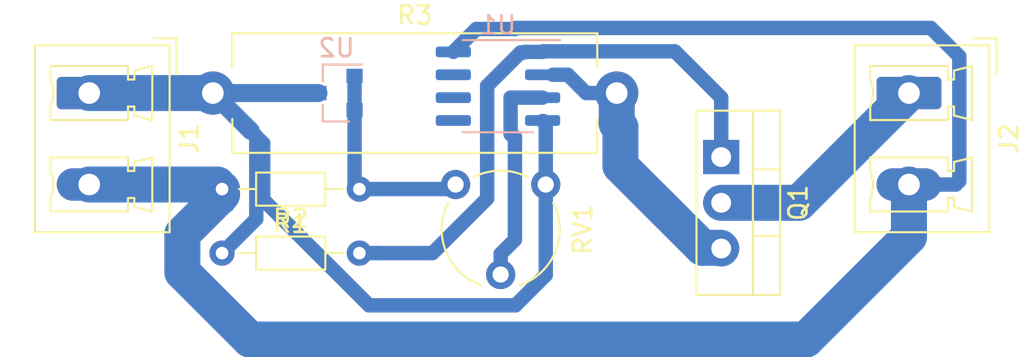
<source format=kicad_pcb>
(kicad_pcb (version 20171130) (host pcbnew 5.1.5-52549c5~84~ubuntu16.04.1)

  (general
    (thickness 1.6)
    (drawings 0)
    (tracks 75)
    (zones 0)
    (modules 9)
    (nets 8)
  )

  (page A4)
  (layers
    (0 F.Cu signal)
    (31 B.Cu signal)
    (32 B.Adhes user)
    (33 F.Adhes user)
    (34 B.Paste user)
    (35 F.Paste user)
    (36 B.SilkS user)
    (37 F.SilkS user)
    (38 B.Mask user)
    (39 F.Mask user)
    (40 Dwgs.User user)
    (41 Cmts.User user)
    (42 Eco1.User user)
    (43 Eco2.User user)
    (44 Edge.Cuts user)
    (45 Margin user)
    (46 B.CrtYd user)
    (47 F.CrtYd user)
    (48 B.Fab user)
    (49 F.Fab user)
  )

  (setup
    (last_trace_width 0.8)
    (trace_clearance 0.5)
    (zone_clearance 0.508)
    (zone_45_only no)
    (trace_min 0.2)
    (via_size 1.5)
    (via_drill 0.9)
    (via_min_size 0.4)
    (via_min_drill 0.3)
    (uvia_size 0.3)
    (uvia_drill 0.1)
    (uvias_allowed no)
    (uvia_min_size 0.2)
    (uvia_min_drill 0.1)
    (edge_width 0.05)
    (segment_width 0.2)
    (pcb_text_width 0.3)
    (pcb_text_size 1.5 1.5)
    (mod_edge_width 0.12)
    (mod_text_size 1 1)
    (mod_text_width 0.15)
    (pad_size 1.524 1.524)
    (pad_drill 0.762)
    (pad_to_mask_clearance 0.051)
    (solder_mask_min_width 0.25)
    (aux_axis_origin 0 0)
    (visible_elements FFFFFF7F)
    (pcbplotparams
      (layerselection 0x010fc_ffffffff)
      (usegerberextensions false)
      (usegerberattributes false)
      (usegerberadvancedattributes false)
      (creategerberjobfile false)
      (excludeedgelayer true)
      (linewidth 0.500000)
      (plotframeref false)
      (viasonmask false)
      (mode 1)
      (useauxorigin false)
      (hpglpennumber 1)
      (hpglpenspeed 20)
      (hpglpendiameter 15.000000)
      (psnegative false)
      (psa4output false)
      (plotreference true)
      (plotvalue true)
      (plotinvisibletext false)
      (padsonsilk false)
      (subtractmaskfromsilk false)
      (outputformat 1)
      (mirror false)
      (drillshape 1)
      (scaleselection 1)
      (outputdirectory ""))
  )

  (net 0 "")
  (net 1 "Net-(J1-Pad2)")
  (net 2 GND)
  (net 3 "Net-(J2-Pad1)")
  (net 4 "Net-(Q1-Pad3)")
  (net 5 "Net-(Q1-Pad1)")
  (net 6 "Net-(R1-Pad1)")
  (net 7 "Net-(RV1-Pad2)")

  (net_class Default "This is the default net class."
    (clearance 0.5)
    (trace_width 0.8)
    (via_dia 1.5)
    (via_drill 0.9)
    (uvia_dia 0.3)
    (uvia_drill 0.1)
    (add_net GND)
    (add_net "Net-(J1-Pad2)")
    (add_net "Net-(J2-Pad1)")
    (add_net "Net-(Q1-Pad1)")
    (add_net "Net-(Q1-Pad3)")
    (add_net "Net-(R1-Pad1)")
    (add_net "Net-(RV1-Pad2)")
  )

  (module Package_TO_SOT_SMD:SOT-23 (layer B.Cu) (tedit 5A02FF57) (tstamp 5E4F61B2)
    (at 93.98 72.39 180)
    (descr "SOT-23, Standard")
    (tags SOT-23)
    (path /5E4EE360)
    (attr smd)
    (fp_text reference U2 (at 0 2.5) (layer B.SilkS)
      (effects (font (size 1 1) (thickness 0.15)) (justify mirror))
    )
    (fp_text value TL431DBZ (at 0 -2.5) (layer B.Fab)
      (effects (font (size 1 1) (thickness 0.15)) (justify mirror))
    )
    (fp_line (start 0.76 -1.58) (end -0.7 -1.58) (layer B.SilkS) (width 0.12))
    (fp_line (start 0.76 1.58) (end -1.4 1.58) (layer B.SilkS) (width 0.12))
    (fp_line (start -1.7 -1.75) (end -1.7 1.75) (layer B.CrtYd) (width 0.05))
    (fp_line (start 1.7 -1.75) (end -1.7 -1.75) (layer B.CrtYd) (width 0.05))
    (fp_line (start 1.7 1.75) (end 1.7 -1.75) (layer B.CrtYd) (width 0.05))
    (fp_line (start -1.7 1.75) (end 1.7 1.75) (layer B.CrtYd) (width 0.05))
    (fp_line (start 0.76 1.58) (end 0.76 0.65) (layer B.SilkS) (width 0.12))
    (fp_line (start 0.76 -1.58) (end 0.76 -0.65) (layer B.SilkS) (width 0.12))
    (fp_line (start -0.7 -1.52) (end 0.7 -1.52) (layer B.Fab) (width 0.1))
    (fp_line (start 0.7 1.52) (end 0.7 -1.52) (layer B.Fab) (width 0.1))
    (fp_line (start -0.7 0.95) (end -0.15 1.52) (layer B.Fab) (width 0.1))
    (fp_line (start -0.15 1.52) (end 0.7 1.52) (layer B.Fab) (width 0.1))
    (fp_line (start -0.7 0.95) (end -0.7 -1.5) (layer B.Fab) (width 0.1))
    (fp_text user %R (at 0 0 270) (layer B.Fab)
      (effects (font (size 0.5 0.5) (thickness 0.075)) (justify mirror))
    )
    (pad 3 smd rect (at 1 0 180) (size 0.9 0.8) (layers B.Cu B.Paste B.Mask)
      (net 2 GND))
    (pad 2 smd rect (at -1 -0.95 180) (size 0.9 0.8) (layers B.Cu B.Paste B.Mask)
      (net 6 "Net-(R1-Pad1)"))
    (pad 1 smd rect (at -1 0.95 180) (size 0.9 0.8) (layers B.Cu B.Paste B.Mask)
      (net 6 "Net-(R1-Pad1)"))
    (model ${KISYS3DMOD}/Package_TO_SOT_SMD.3dshapes/SOT-23.wrl
      (at (xyz 0 0 0))
      (scale (xyz 1 1 1))
      (rotate (xyz 0 0 0))
    )
  )

  (module Package_SO:SOIC-8_3.9x4.9mm_P1.27mm (layer B.Cu) (tedit 5D9F72B1) (tstamp 5E4F5734)
    (at 102.935 72.009 180)
    (descr "SOIC, 8 Pin (JEDEC MS-012AA, https://www.analog.com/media/en/package-pcb-resources/package/pkg_pdf/soic_narrow-r/r_8.pdf), generated with kicad-footprint-generator ipc_gullwing_generator.py")
    (tags "SOIC SO")
    (path /5E4EED92)
    (attr smd)
    (fp_text reference U1 (at 0 3.4) (layer B.SilkS)
      (effects (font (size 1 1) (thickness 0.15)) (justify mirror))
    )
    (fp_text value LM358 (at 0 -3.4) (layer B.Fab)
      (effects (font (size 1 1) (thickness 0.15)) (justify mirror))
    )
    (fp_text user %R (at 0 0) (layer B.Fab)
      (effects (font (size 0.98 0.98) (thickness 0.15)) (justify mirror))
    )
    (fp_line (start 3.7 2.7) (end -3.7 2.7) (layer B.CrtYd) (width 0.05))
    (fp_line (start 3.7 -2.7) (end 3.7 2.7) (layer B.CrtYd) (width 0.05))
    (fp_line (start -3.7 -2.7) (end 3.7 -2.7) (layer B.CrtYd) (width 0.05))
    (fp_line (start -3.7 2.7) (end -3.7 -2.7) (layer B.CrtYd) (width 0.05))
    (fp_line (start -1.95 1.475) (end -0.975 2.45) (layer B.Fab) (width 0.1))
    (fp_line (start -1.95 -2.45) (end -1.95 1.475) (layer B.Fab) (width 0.1))
    (fp_line (start 1.95 -2.45) (end -1.95 -2.45) (layer B.Fab) (width 0.1))
    (fp_line (start 1.95 2.45) (end 1.95 -2.45) (layer B.Fab) (width 0.1))
    (fp_line (start -0.975 2.45) (end 1.95 2.45) (layer B.Fab) (width 0.1))
    (fp_line (start 0 2.56) (end -3.45 2.56) (layer B.SilkS) (width 0.12))
    (fp_line (start 0 2.56) (end 1.95 2.56) (layer B.SilkS) (width 0.12))
    (fp_line (start 0 -2.56) (end -1.95 -2.56) (layer B.SilkS) (width 0.12))
    (fp_line (start 0 -2.56) (end 1.95 -2.56) (layer B.SilkS) (width 0.12))
    (pad 8 smd roundrect (at 2.475 1.905 180) (size 1.95 0.6) (layers B.Cu B.Paste B.Mask) (roundrect_rratio 0.25)
      (net 1 "Net-(J1-Pad2)"))
    (pad 7 smd roundrect (at 2.475 0.635 180) (size 1.95 0.6) (layers B.Cu B.Paste B.Mask) (roundrect_rratio 0.25))
    (pad 6 smd roundrect (at 2.475 -0.635 180) (size 1.95 0.6) (layers B.Cu B.Paste B.Mask) (roundrect_rratio 0.25))
    (pad 5 smd roundrect (at 2.475 -1.905 180) (size 1.95 0.6) (layers B.Cu B.Paste B.Mask) (roundrect_rratio 0.25))
    (pad 4 smd roundrect (at -2.475 -1.905 180) (size 1.95 0.6) (layers B.Cu B.Paste B.Mask) (roundrect_rratio 0.25)
      (net 2 GND))
    (pad 3 smd roundrect (at -2.475 -0.635 180) (size 1.95 0.6) (layers B.Cu B.Paste B.Mask) (roundrect_rratio 0.25)
      (net 7 "Net-(RV1-Pad2)"))
    (pad 2 smd roundrect (at -2.475 0.635 180) (size 1.95 0.6) (layers B.Cu B.Paste B.Mask) (roundrect_rratio 0.25)
      (net 4 "Net-(Q1-Pad3)"))
    (pad 1 smd roundrect (at -2.475 1.905 180) (size 1.95 0.6) (layers B.Cu B.Paste B.Mask) (roundrect_rratio 0.25)
      (net 5 "Net-(Q1-Pad1)"))
    (model ${KISYS3DMOD}/Package_SO.3dshapes/SOIC-8_3.9x4.9mm_P1.27mm.wrl
      (at (xyz 0 0 0))
      (scale (xyz 1 1 1))
      (rotate (xyz 0 0 0))
    )
  )

  (module Potentiometer_THT:Potentiometer_Piher_PT-6-V_Vertical (layer F.Cu) (tedit 5A3D4993) (tstamp 5E4F571A)
    (at 100.584 77.47 270)
    (descr "Potentiometer, vertical, Piher PT-6-V, http://www.piher-nacesa.com/pdf/11-PT6v03.pdf")
    (tags "Potentiometer vertical Piher PT-6-V")
    (path /5E53876C)
    (fp_text reference RV1 (at 2.5 -7.06 90) (layer F.SilkS)
      (effects (font (size 1 1) (thickness 0.15)))
    )
    (fp_text value R_POT (at 2.5 2.06 90) (layer F.Fab)
      (effects (font (size 1 1) (thickness 0.15)))
    )
    (fp_text user %R (at 0.55 -2.5) (layer F.Fab)
      (effects (font (size 1 1) (thickness 0.15)))
    )
    (fp_line (start 6.1 -6.1) (end -1.1 -6.1) (layer F.CrtYd) (width 0.05))
    (fp_line (start 6.1 1.1) (end 6.1 -6.1) (layer F.CrtYd) (width 0.05))
    (fp_line (start -1.1 1.1) (end 6.1 1.1) (layer F.CrtYd) (width 0.05))
    (fp_line (start -1.1 -6.1) (end -1.1 1.1) (layer F.CrtYd) (width 0.05))
    (fp_circle (center 2.5 -2.5) (end 3.4 -2.5) (layer F.Fab) (width 0.1))
    (fp_circle (center 2.5 -2.5) (end 5.65 -2.5) (layer F.Fab) (width 0.1))
    (fp_arc (start 2.5 -2.5) (end 1.015 0.414) (angle -28) (layer F.SilkS) (width 0.12))
    (fp_arc (start 2.5 -2.5) (end -0.414 -3.984) (angle -54) (layer F.SilkS) (width 0.12))
    (fp_arc (start 2.5 -2.5) (end 5.592 -3.564) (angle -98) (layer F.SilkS) (width 0.12))
    (fp_arc (start 2.5 -2.5) (end 2.5 0.77) (angle -71) (layer F.SilkS) (width 0.12))
    (pad 1 thru_hole circle (at 0 0 270) (size 1.62 1.62) (drill 0.9) (layers *.Cu *.Mask)
      (net 6 "Net-(R1-Pad1)"))
    (pad 2 thru_hole circle (at 5 -2.5 270) (size 1.62 1.62) (drill 0.9) (layers *.Cu *.Mask)
      (net 7 "Net-(RV1-Pad2)"))
    (pad 3 thru_hole circle (at 0 -5 270) (size 1.62 1.62) (drill 0.9) (layers *.Cu *.Mask)
      (net 2 GND))
    (model ${KISYS3DMOD}/Potentiometer_THT.3dshapes/Potentiometer_Piher_PT-6-V_Vertical.wrl
      (at (xyz 0 0 0))
      (scale (xyz 1 1 1))
      (rotate (xyz 0 0 0))
    )
  )

  (module Resistor_THT:R_Axial_Power_L20.0mm_W6.4mm_P22.40mm (layer F.Cu) (tedit 5AE5139B) (tstamp 5E4F6AF5)
    (at 87.122 72.39)
    (descr "Resistor, Axial_Power series, Box, pin pitch=22.4mm, 4W, length*width*height=20*6.4*6.4mm^3, http://cdn-reichelt.de/documents/datenblatt/B400/5WAXIAL_9WAXIAL_11WAXIAL_17WAXIAL%23YAG.pdf")
    (tags "Resistor Axial_Power series Box pin pitch 22.4mm 4W length 20mm width 6.4mm height 6.4mm")
    (path /5E54FA8C)
    (fp_text reference R3 (at 11.2 -4.32) (layer F.SilkS)
      (effects (font (size 1 1) (thickness 0.15)))
    )
    (fp_text value 2 (at 11.2 4.32) (layer F.Fab)
      (effects (font (size 1 1) (thickness 0.15)))
    )
    (fp_text user %R (at 11.2 0) (layer F.Fab)
      (effects (font (size 1 1) (thickness 0.15)))
    )
    (fp_line (start 23.85 -3.45) (end -1.45 -3.45) (layer F.CrtYd) (width 0.05))
    (fp_line (start 23.85 3.45) (end 23.85 -3.45) (layer F.CrtYd) (width 0.05))
    (fp_line (start -1.45 3.45) (end 23.85 3.45) (layer F.CrtYd) (width 0.05))
    (fp_line (start -1.45 -3.45) (end -1.45 3.45) (layer F.CrtYd) (width 0.05))
    (fp_line (start 21.32 3.32) (end 21.32 1.44) (layer F.SilkS) (width 0.12))
    (fp_line (start 1.08 3.32) (end 21.32 3.32) (layer F.SilkS) (width 0.12))
    (fp_line (start 1.08 1.44) (end 1.08 3.32) (layer F.SilkS) (width 0.12))
    (fp_line (start 21.32 -3.32) (end 21.32 -1.44) (layer F.SilkS) (width 0.12))
    (fp_line (start 1.08 -3.32) (end 21.32 -3.32) (layer F.SilkS) (width 0.12))
    (fp_line (start 1.08 -1.44) (end 1.08 -3.32) (layer F.SilkS) (width 0.12))
    (fp_line (start 22.4 0) (end 21.2 0) (layer F.Fab) (width 0.1))
    (fp_line (start 0 0) (end 1.2 0) (layer F.Fab) (width 0.1))
    (fp_line (start 21.2 -3.2) (end 1.2 -3.2) (layer F.Fab) (width 0.1))
    (fp_line (start 21.2 3.2) (end 21.2 -3.2) (layer F.Fab) (width 0.1))
    (fp_line (start 1.2 3.2) (end 21.2 3.2) (layer F.Fab) (width 0.1))
    (fp_line (start 1.2 -3.2) (end 1.2 3.2) (layer F.Fab) (width 0.1))
    (pad 2 thru_hole oval (at 22.4 0) (size 2.4 2.4) (drill 1.2) (layers *.Cu *.Mask)
      (net 4 "Net-(Q1-Pad3)"))
    (pad 1 thru_hole circle (at 0 0) (size 2.4 2.4) (drill 1.2) (layers *.Cu *.Mask)
      (net 2 GND))
    (model ${KISYS3DMOD}/Resistor_THT.3dshapes/R_Axial_Power_L20.0mm_W6.4mm_P22.40mm.wrl
      (at (xyz 0 0 0))
      (scale (xyz 1 1 1))
      (rotate (xyz 0 0 0))
    )
  )

  (module Resistor_THT:R_Axial_DIN0204_L3.6mm_D1.6mm_P7.62mm_Horizontal (layer F.Cu) (tedit 5AE5139B) (tstamp 5E4F56F1)
    (at 87.63 81.28)
    (descr "Resistor, Axial_DIN0204 series, Axial, Horizontal, pin pitch=7.62mm, 0.167W, length*diameter=3.6*1.6mm^2, http://cdn-reichelt.de/documents/datenblatt/B400/1_4W%23YAG.pdf")
    (tags "Resistor Axial_DIN0204 series Axial Horizontal pin pitch 7.62mm 0.167W length 3.6mm diameter 1.6mm")
    (path /5E50C369)
    (fp_text reference R2 (at 3.81 -1.92) (layer F.SilkS)
      (effects (font (size 1 1) (thickness 0.15)))
    )
    (fp_text value 1k (at 3.81 1.92) (layer F.Fab)
      (effects (font (size 1 1) (thickness 0.15)))
    )
    (fp_text user %R (at 3.81 0) (layer F.Fab)
      (effects (font (size 0.72 0.72) (thickness 0.108)))
    )
    (fp_line (start 8.57 -1.05) (end -0.95 -1.05) (layer F.CrtYd) (width 0.05))
    (fp_line (start 8.57 1.05) (end 8.57 -1.05) (layer F.CrtYd) (width 0.05))
    (fp_line (start -0.95 1.05) (end 8.57 1.05) (layer F.CrtYd) (width 0.05))
    (fp_line (start -0.95 -1.05) (end -0.95 1.05) (layer F.CrtYd) (width 0.05))
    (fp_line (start 6.68 0) (end 5.73 0) (layer F.SilkS) (width 0.12))
    (fp_line (start 0.94 0) (end 1.89 0) (layer F.SilkS) (width 0.12))
    (fp_line (start 5.73 -0.92) (end 1.89 -0.92) (layer F.SilkS) (width 0.12))
    (fp_line (start 5.73 0.92) (end 5.73 -0.92) (layer F.SilkS) (width 0.12))
    (fp_line (start 1.89 0.92) (end 5.73 0.92) (layer F.SilkS) (width 0.12))
    (fp_line (start 1.89 -0.92) (end 1.89 0.92) (layer F.SilkS) (width 0.12))
    (fp_line (start 7.62 0) (end 5.61 0) (layer F.Fab) (width 0.1))
    (fp_line (start 0 0) (end 2.01 0) (layer F.Fab) (width 0.1))
    (fp_line (start 5.61 -0.8) (end 2.01 -0.8) (layer F.Fab) (width 0.1))
    (fp_line (start 5.61 0.8) (end 5.61 -0.8) (layer F.Fab) (width 0.1))
    (fp_line (start 2.01 0.8) (end 5.61 0.8) (layer F.Fab) (width 0.1))
    (fp_line (start 2.01 -0.8) (end 2.01 0.8) (layer F.Fab) (width 0.1))
    (pad 2 thru_hole oval (at 7.62 0) (size 1.4 1.4) (drill 0.7) (layers *.Cu *.Mask)
      (net 5 "Net-(Q1-Pad1)"))
    (pad 1 thru_hole circle (at 0 0) (size 1.4 1.4) (drill 0.7) (layers *.Cu *.Mask)
      (net 2 GND))
    (model ${KISYS3DMOD}/Resistor_THT.3dshapes/R_Axial_DIN0204_L3.6mm_D1.6mm_P7.62mm_Horizontal.wrl
      (at (xyz 0 0 0))
      (scale (xyz 1 1 1))
      (rotate (xyz 0 0 0))
    )
  )

  (module Resistor_THT:R_Axial_DIN0204_L3.6mm_D1.6mm_P7.62mm_Horizontal (layer F.Cu) (tedit 5AE5139B) (tstamp 5E4F56DA)
    (at 95.25 77.724 180)
    (descr "Resistor, Axial_DIN0204 series, Axial, Horizontal, pin pitch=7.62mm, 0.167W, length*diameter=3.6*1.6mm^2, http://cdn-reichelt.de/documents/datenblatt/B400/1_4W%23YAG.pdf")
    (tags "Resistor Axial_DIN0204 series Axial Horizontal pin pitch 7.62mm 0.167W length 3.6mm diameter 1.6mm")
    (path /5E4ED878)
    (fp_text reference R1 (at 3.81 -1.92) (layer F.SilkS)
      (effects (font (size 1 1) (thickness 0.15)))
    )
    (fp_text value 1.7k (at 3.81 1.92) (layer F.Fab)
      (effects (font (size 1 1) (thickness 0.15)))
    )
    (fp_text user %R (at 3.81 0) (layer F.Fab)
      (effects (font (size 0.72 0.72) (thickness 0.108)))
    )
    (fp_line (start 8.57 -1.05) (end -0.95 -1.05) (layer F.CrtYd) (width 0.05))
    (fp_line (start 8.57 1.05) (end 8.57 -1.05) (layer F.CrtYd) (width 0.05))
    (fp_line (start -0.95 1.05) (end 8.57 1.05) (layer F.CrtYd) (width 0.05))
    (fp_line (start -0.95 -1.05) (end -0.95 1.05) (layer F.CrtYd) (width 0.05))
    (fp_line (start 6.68 0) (end 5.73 0) (layer F.SilkS) (width 0.12))
    (fp_line (start 0.94 0) (end 1.89 0) (layer F.SilkS) (width 0.12))
    (fp_line (start 5.73 -0.92) (end 1.89 -0.92) (layer F.SilkS) (width 0.12))
    (fp_line (start 5.73 0.92) (end 5.73 -0.92) (layer F.SilkS) (width 0.12))
    (fp_line (start 1.89 0.92) (end 5.73 0.92) (layer F.SilkS) (width 0.12))
    (fp_line (start 1.89 -0.92) (end 1.89 0.92) (layer F.SilkS) (width 0.12))
    (fp_line (start 7.62 0) (end 5.61 0) (layer F.Fab) (width 0.1))
    (fp_line (start 0 0) (end 2.01 0) (layer F.Fab) (width 0.1))
    (fp_line (start 5.61 -0.8) (end 2.01 -0.8) (layer F.Fab) (width 0.1))
    (fp_line (start 5.61 0.8) (end 5.61 -0.8) (layer F.Fab) (width 0.1))
    (fp_line (start 2.01 0.8) (end 5.61 0.8) (layer F.Fab) (width 0.1))
    (fp_line (start 2.01 -0.8) (end 2.01 0.8) (layer F.Fab) (width 0.1))
    (pad 2 thru_hole oval (at 7.62 0 180) (size 1.4 1.4) (drill 0.7) (layers *.Cu *.Mask)
      (net 1 "Net-(J1-Pad2)"))
    (pad 1 thru_hole circle (at 0 0 180) (size 1.4 1.4) (drill 0.7) (layers *.Cu *.Mask)
      (net 6 "Net-(R1-Pad1)"))
    (model ${KISYS3DMOD}/Resistor_THT.3dshapes/R_Axial_DIN0204_L3.6mm_D1.6mm_P7.62mm_Horizontal.wrl
      (at (xyz 0 0 0))
      (scale (xyz 1 1 1))
      (rotate (xyz 0 0 0))
    )
  )

  (module Package_TO_SOT_THT:TO-220-3_Vertical (layer F.Cu) (tedit 5AC8BA0D) (tstamp 5E4F56C3)
    (at 115.316 75.946 270)
    (descr "TO-220-3, Vertical, RM 2.54mm, see https://www.vishay.com/docs/66542/to-220-1.pdf")
    (tags "TO-220-3 Vertical RM 2.54mm")
    (path /5E54368E)
    (fp_text reference Q1 (at 2.54 -4.27 90) (layer F.SilkS)
      (effects (font (size 1 1) (thickness 0.15)))
    )
    (fp_text value IRLZ44N (at 2.54 2.5 90) (layer F.Fab)
      (effects (font (size 1 1) (thickness 0.15)))
    )
    (fp_text user %R (at 2.54 -4.27 90) (layer F.Fab)
      (effects (font (size 1 1) (thickness 0.15)))
    )
    (fp_line (start 7.79 -3.4) (end -2.71 -3.4) (layer F.CrtYd) (width 0.05))
    (fp_line (start 7.79 1.51) (end 7.79 -3.4) (layer F.CrtYd) (width 0.05))
    (fp_line (start -2.71 1.51) (end 7.79 1.51) (layer F.CrtYd) (width 0.05))
    (fp_line (start -2.71 -3.4) (end -2.71 1.51) (layer F.CrtYd) (width 0.05))
    (fp_line (start 4.391 -3.27) (end 4.391 -1.76) (layer F.SilkS) (width 0.12))
    (fp_line (start 0.69 -3.27) (end 0.69 -1.76) (layer F.SilkS) (width 0.12))
    (fp_line (start -2.58 -1.76) (end 7.66 -1.76) (layer F.SilkS) (width 0.12))
    (fp_line (start 7.66 -3.27) (end 7.66 1.371) (layer F.SilkS) (width 0.12))
    (fp_line (start -2.58 -3.27) (end -2.58 1.371) (layer F.SilkS) (width 0.12))
    (fp_line (start -2.58 1.371) (end 7.66 1.371) (layer F.SilkS) (width 0.12))
    (fp_line (start -2.58 -3.27) (end 7.66 -3.27) (layer F.SilkS) (width 0.12))
    (fp_line (start 4.39 -3.15) (end 4.39 -1.88) (layer F.Fab) (width 0.1))
    (fp_line (start 0.69 -3.15) (end 0.69 -1.88) (layer F.Fab) (width 0.1))
    (fp_line (start -2.46 -1.88) (end 7.54 -1.88) (layer F.Fab) (width 0.1))
    (fp_line (start 7.54 -3.15) (end -2.46 -3.15) (layer F.Fab) (width 0.1))
    (fp_line (start 7.54 1.25) (end 7.54 -3.15) (layer F.Fab) (width 0.1))
    (fp_line (start -2.46 1.25) (end 7.54 1.25) (layer F.Fab) (width 0.1))
    (fp_line (start -2.46 -3.15) (end -2.46 1.25) (layer F.Fab) (width 0.1))
    (pad 3 thru_hole oval (at 5.08 0 270) (size 1.905 2) (drill 1.1) (layers *.Cu *.Mask)
      (net 4 "Net-(Q1-Pad3)"))
    (pad 2 thru_hole oval (at 2.54 0 270) (size 1.905 2) (drill 1.1) (layers *.Cu *.Mask)
      (net 3 "Net-(J2-Pad1)"))
    (pad 1 thru_hole rect (at 0 0 270) (size 1.905 2) (drill 1.1) (layers *.Cu *.Mask)
      (net 5 "Net-(Q1-Pad1)"))
    (model ${KISYS3DMOD}/Package_TO_SOT_THT.3dshapes/TO-220-3_Vertical.wrl
      (at (xyz 0 0 0))
      (scale (xyz 1 1 1))
      (rotate (xyz 0 0 0))
    )
  )

  (module Connector_Phoenix_MC_HighVoltage:PhoenixContact_MCV_1,5_2-G-5.08_1x02_P5.08mm_Vertical (layer F.Cu) (tedit 5B784ED3) (tstamp 5E4F56A9)
    (at 125.73 72.39 270)
    (descr "Generic Phoenix Contact connector footprint for: MCV_1,5/2-G-5.08; number of pins: 02; pin pitch: 5.08mm; Vertical || order number: 1836299 8A 320V")
    (tags "phoenix_contact connector MCV_01x02_G_5.08mm")
    (path /5E56A6FC)
    (fp_text reference J2 (at 2.54 -5.55 90) (layer F.SilkS)
      (effects (font (size 1 1) (thickness 0.15)))
    )
    (fp_text value Output (at 2.54 4.1 90) (layer F.Fab)
      (effects (font (size 1 1) (thickness 0.15)))
    )
    (fp_text user %R (at 2.54 -3.65 90) (layer F.Fab)
      (effects (font (size 1 1) (thickness 0.15)))
    )
    (fp_line (start -3.04 -4.85) (end -1.04 -4.85) (layer F.Fab) (width 0.1))
    (fp_line (start -3.04 -3.6) (end -3.04 -4.85) (layer F.Fab) (width 0.1))
    (fp_line (start -3.04 -4.85) (end -1.04 -4.85) (layer F.SilkS) (width 0.12))
    (fp_line (start -3.04 -3.6) (end -3.04 -4.85) (layer F.SilkS) (width 0.12))
    (fp_line (start 8.12 -4.85) (end -3.04 -4.85) (layer F.CrtYd) (width 0.05))
    (fp_line (start 8.12 3.4) (end 8.12 -4.85) (layer F.CrtYd) (width 0.05))
    (fp_line (start -3.04 3.4) (end 8.12 3.4) (layer F.CrtYd) (width 0.05))
    (fp_line (start -3.04 -4.85) (end -3.04 3.4) (layer F.CrtYd) (width 0.05))
    (fp_line (start 6.58 2.15) (end 5.83 2.15) (layer F.SilkS) (width 0.12))
    (fp_line (start 6.58 -2.15) (end 6.58 2.15) (layer F.SilkS) (width 0.12))
    (fp_line (start 5.83 -2.15) (end 6.58 -2.15) (layer F.SilkS) (width 0.12))
    (fp_line (start 5.83 -2.5) (end 5.83 -2.15) (layer F.SilkS) (width 0.12))
    (fp_line (start 6.33 -2.5) (end 5.83 -2.5) (layer F.SilkS) (width 0.12))
    (fp_line (start 6.58 -3.5) (end 6.33 -2.5) (layer F.SilkS) (width 0.12))
    (fp_line (start 3.58 -3.5) (end 6.58 -3.5) (layer F.SilkS) (width 0.12))
    (fp_line (start 3.83 -2.5) (end 3.58 -3.5) (layer F.SilkS) (width 0.12))
    (fp_line (start 4.33 -2.5) (end 3.83 -2.5) (layer F.SilkS) (width 0.12))
    (fp_line (start 4.33 -2.15) (end 4.33 -2.5) (layer F.SilkS) (width 0.12))
    (fp_line (start 3.58 -2.15) (end 4.33 -2.15) (layer F.SilkS) (width 0.12))
    (fp_line (start 3.58 2.15) (end 3.58 -2.15) (layer F.SilkS) (width 0.12))
    (fp_line (start 4.33 2.15) (end 3.58 2.15) (layer F.SilkS) (width 0.12))
    (fp_line (start 1.5 2.15) (end 0.75 2.15) (layer F.SilkS) (width 0.12))
    (fp_line (start 1.5 -2.15) (end 1.5 2.15) (layer F.SilkS) (width 0.12))
    (fp_line (start 0.75 -2.15) (end 1.5 -2.15) (layer F.SilkS) (width 0.12))
    (fp_line (start 0.75 -2.5) (end 0.75 -2.15) (layer F.SilkS) (width 0.12))
    (fp_line (start 1.25 -2.5) (end 0.75 -2.5) (layer F.SilkS) (width 0.12))
    (fp_line (start 1.5 -3.5) (end 1.25 -2.5) (layer F.SilkS) (width 0.12))
    (fp_line (start -1.5 -3.5) (end 1.5 -3.5) (layer F.SilkS) (width 0.12))
    (fp_line (start -1.25 -2.5) (end -1.5 -3.5) (layer F.SilkS) (width 0.12))
    (fp_line (start -0.75 -2.5) (end -1.25 -2.5) (layer F.SilkS) (width 0.12))
    (fp_line (start -0.75 -2.15) (end -0.75 -2.5) (layer F.SilkS) (width 0.12))
    (fp_line (start -1.5 -2.15) (end -0.75 -2.15) (layer F.SilkS) (width 0.12))
    (fp_line (start -1.5 2.15) (end -1.5 -2.15) (layer F.SilkS) (width 0.12))
    (fp_line (start -0.75 2.15) (end -1.5 2.15) (layer F.SilkS) (width 0.12))
    (fp_line (start 7.62 -4.35) (end -2.54 -4.35) (layer F.Fab) (width 0.1))
    (fp_line (start 7.62 2.9) (end 7.62 -4.35) (layer F.Fab) (width 0.1))
    (fp_line (start -2.54 2.9) (end 7.62 2.9) (layer F.Fab) (width 0.1))
    (fp_line (start -2.54 -4.35) (end -2.54 2.9) (layer F.Fab) (width 0.1))
    (fp_line (start 7.73 -4.46) (end -2.65 -4.46) (layer F.SilkS) (width 0.12))
    (fp_line (start 7.73 3.01) (end 7.73 -4.46) (layer F.SilkS) (width 0.12))
    (fp_line (start -2.65 3.01) (end 7.73 3.01) (layer F.SilkS) (width 0.12))
    (fp_line (start -2.65 -4.46) (end -2.65 3.01) (layer F.SilkS) (width 0.12))
    (fp_arc (start 5.08 3.85) (end 4.33 2.15) (angle 47.6) (layer F.SilkS) (width 0.12))
    (fp_arc (start 0 3.85) (end -0.75 2.15) (angle 47.6) (layer F.SilkS) (width 0.12))
    (pad 2 thru_hole oval (at 5.08 0 270) (size 1.8 3.6) (drill 1.2) (layers *.Cu *.Mask)
      (net 1 "Net-(J1-Pad2)"))
    (pad 1 thru_hole roundrect (at 0 0 270) (size 1.8 3.6) (drill 1.2) (layers *.Cu *.Mask) (roundrect_rratio 0.138889)
      (net 3 "Net-(J2-Pad1)"))
    (model ${KISYS3DMOD}/Connector_Phoenix_MC_HighVoltage.3dshapes/PhoenixContact_MCV_1,5_2-G-5.08_1x02_P5.08mm_Vertical.wrl
      (at (xyz 0 0 0))
      (scale (xyz 1 1 1))
      (rotate (xyz 0 0 0))
    )
  )

  (module Connector_Phoenix_MC_HighVoltage:PhoenixContact_MCV_1,5_2-G-5.08_1x02_P5.08mm_Vertical (layer F.Cu) (tedit 5B784ED3) (tstamp 5E4F5676)
    (at 80.264 72.39 270)
    (descr "Generic Phoenix Contact connector footprint for: MCV_1,5/2-G-5.08; number of pins: 02; pin pitch: 5.08mm; Vertical || order number: 1836299 8A 320V")
    (tags "phoenix_contact connector MCV_01x02_G_5.08mm")
    (path /5E4ED2DF)
    (fp_text reference J1 (at 2.54 -5.55 90) (layer F.SilkS)
      (effects (font (size 1 1) (thickness 0.15)))
    )
    (fp_text value Power (at 2.54 4.1 90) (layer F.Fab)
      (effects (font (size 1 1) (thickness 0.15)))
    )
    (fp_text user %R (at 2.54 -3.65 90) (layer F.Fab)
      (effects (font (size 1 1) (thickness 0.15)))
    )
    (fp_line (start -3.04 -4.85) (end -1.04 -4.85) (layer F.Fab) (width 0.1))
    (fp_line (start -3.04 -3.6) (end -3.04 -4.85) (layer F.Fab) (width 0.1))
    (fp_line (start -3.04 -4.85) (end -1.04 -4.85) (layer F.SilkS) (width 0.12))
    (fp_line (start -3.04 -3.6) (end -3.04 -4.85) (layer F.SilkS) (width 0.12))
    (fp_line (start 8.12 -4.85) (end -3.04 -4.85) (layer F.CrtYd) (width 0.05))
    (fp_line (start 8.12 3.4) (end 8.12 -4.85) (layer F.CrtYd) (width 0.05))
    (fp_line (start -3.04 3.4) (end 8.12 3.4) (layer F.CrtYd) (width 0.05))
    (fp_line (start -3.04 -4.85) (end -3.04 3.4) (layer F.CrtYd) (width 0.05))
    (fp_line (start 6.58 2.15) (end 5.83 2.15) (layer F.SilkS) (width 0.12))
    (fp_line (start 6.58 -2.15) (end 6.58 2.15) (layer F.SilkS) (width 0.12))
    (fp_line (start 5.83 -2.15) (end 6.58 -2.15) (layer F.SilkS) (width 0.12))
    (fp_line (start 5.83 -2.5) (end 5.83 -2.15) (layer F.SilkS) (width 0.12))
    (fp_line (start 6.33 -2.5) (end 5.83 -2.5) (layer F.SilkS) (width 0.12))
    (fp_line (start 6.58 -3.5) (end 6.33 -2.5) (layer F.SilkS) (width 0.12))
    (fp_line (start 3.58 -3.5) (end 6.58 -3.5) (layer F.SilkS) (width 0.12))
    (fp_line (start 3.83 -2.5) (end 3.58 -3.5) (layer F.SilkS) (width 0.12))
    (fp_line (start 4.33 -2.5) (end 3.83 -2.5) (layer F.SilkS) (width 0.12))
    (fp_line (start 4.33 -2.15) (end 4.33 -2.5) (layer F.SilkS) (width 0.12))
    (fp_line (start 3.58 -2.15) (end 4.33 -2.15) (layer F.SilkS) (width 0.12))
    (fp_line (start 3.58 2.15) (end 3.58 -2.15) (layer F.SilkS) (width 0.12))
    (fp_line (start 4.33 2.15) (end 3.58 2.15) (layer F.SilkS) (width 0.12))
    (fp_line (start 1.5 2.15) (end 0.75 2.15) (layer F.SilkS) (width 0.12))
    (fp_line (start 1.5 -2.15) (end 1.5 2.15) (layer F.SilkS) (width 0.12))
    (fp_line (start 0.75 -2.15) (end 1.5 -2.15) (layer F.SilkS) (width 0.12))
    (fp_line (start 0.75 -2.5) (end 0.75 -2.15) (layer F.SilkS) (width 0.12))
    (fp_line (start 1.25 -2.5) (end 0.75 -2.5) (layer F.SilkS) (width 0.12))
    (fp_line (start 1.5 -3.5) (end 1.25 -2.5) (layer F.SilkS) (width 0.12))
    (fp_line (start -1.5 -3.5) (end 1.5 -3.5) (layer F.SilkS) (width 0.12))
    (fp_line (start -1.25 -2.5) (end -1.5 -3.5) (layer F.SilkS) (width 0.12))
    (fp_line (start -0.75 -2.5) (end -1.25 -2.5) (layer F.SilkS) (width 0.12))
    (fp_line (start -0.75 -2.15) (end -0.75 -2.5) (layer F.SilkS) (width 0.12))
    (fp_line (start -1.5 -2.15) (end -0.75 -2.15) (layer F.SilkS) (width 0.12))
    (fp_line (start -1.5 2.15) (end -1.5 -2.15) (layer F.SilkS) (width 0.12))
    (fp_line (start -0.75 2.15) (end -1.5 2.15) (layer F.SilkS) (width 0.12))
    (fp_line (start 7.62 -4.35) (end -2.54 -4.35) (layer F.Fab) (width 0.1))
    (fp_line (start 7.62 2.9) (end 7.62 -4.35) (layer F.Fab) (width 0.1))
    (fp_line (start -2.54 2.9) (end 7.62 2.9) (layer F.Fab) (width 0.1))
    (fp_line (start -2.54 -4.35) (end -2.54 2.9) (layer F.Fab) (width 0.1))
    (fp_line (start 7.73 -4.46) (end -2.65 -4.46) (layer F.SilkS) (width 0.12))
    (fp_line (start 7.73 3.01) (end 7.73 -4.46) (layer F.SilkS) (width 0.12))
    (fp_line (start -2.65 3.01) (end 7.73 3.01) (layer F.SilkS) (width 0.12))
    (fp_line (start -2.65 -4.46) (end -2.65 3.01) (layer F.SilkS) (width 0.12))
    (fp_arc (start 5.08 3.85) (end 4.33 2.15) (angle 47.6) (layer F.SilkS) (width 0.12))
    (fp_arc (start 0 3.85) (end -0.75 2.15) (angle 47.6) (layer F.SilkS) (width 0.12))
    (pad 2 thru_hole oval (at 5.08 0 270) (size 1.8 3.6) (drill 1.2) (layers *.Cu *.Mask)
      (net 1 "Net-(J1-Pad2)"))
    (pad 1 thru_hole roundrect (at 0 0 270) (size 1.8 3.6) (drill 1.2) (layers *.Cu *.Mask) (roundrect_rratio 0.138889)
      (net 2 GND))
    (model ${KISYS3DMOD}/Connector_Phoenix_MC_HighVoltage.3dshapes/PhoenixContact_MCV_1,5_2-G-5.08_1x02_P5.08mm_Vertical.wrl
      (at (xyz 0 0 0))
      (scale (xyz 1 1 1))
      (rotate (xyz 0 0 0))
    )
  )

  (segment (start 87.63 77.724) (end 87.929991 77.724) (width 0.8) (layer B.Cu) (net 1))
  (segment (start 87.929991 77.724) (end 87.929991 78.612007) (width 0.8) (layer B.Cu) (net 1))
  (segment (start 87.376 77.47) (end 87.63 77.724) (width 0.8) (layer B.Cu) (net 1))
  (segment (start 80.264 77.47) (end 87.376 77.47) (width 2) (layer B.Cu) (net 1))
  (segment (start 80.264 77.47) (end 85.852 77.47) (width 0.8) (layer B.Cu) (net 1))
  (segment (start 87.122 78.74) (end 87.122 78.994) (width 0.8) (layer B.Cu) (net 1))
  (segment (start 85.852 77.47) (end 87.122 78.74) (width 0.8) (layer B.Cu) (net 1))
  (segment (start 87.929991 78.612007) (end 87.122 78.994) (width 0.8) (layer B.Cu) (net 1))
  (segment (start 100.46 70.104) (end 101.73 68.834) (width 0.8) (layer B.Cu) (net 1))
  (segment (start 103.926529 68.77398) (end 126.93998 68.77398) (width 0.8) (layer B.Cu) (net 1))
  (segment (start 101.73 68.834) (end 103.866509 68.834) (width 0.8) (layer B.Cu) (net 1))
  (segment (start 103.866509 68.834) (end 103.926529 68.77398) (width 0.8) (layer B.Cu) (net 1))
  (segment (start 126.93998 68.77398) (end 128.524 70.358) (width 0.8) (layer B.Cu) (net 1))
  (segment (start 128.33 77.47) (end 125.73 77.47) (width 0.8) (layer B.Cu) (net 1))
  (segment (start 128.524 77.276) (end 128.33 77.47) (width 0.8) (layer B.Cu) (net 1))
  (segment (start 128.524 70.358) (end 128.524 77.276) (width 0.8) (layer B.Cu) (net 1))
  (segment (start 125.73 80.37) (end 125.73 77.47) (width 2) (layer B.Cu) (net 1))
  (segment (start 120.019989 86.080011) (end 125.73 80.37) (width 2) (layer B.Cu) (net 1))
  (segment (start 89.174009 86.080011) (end 120.019989 86.080011) (width 2) (layer B.Cu) (net 1))
  (segment (start 85.429999 82.336001) (end 89.174009 86.080011) (width 2) (layer B.Cu) (net 1))
  (segment (start 85.429999 80.223999) (end 85.429999 82.336001) (width 2) (layer B.Cu) (net 1))
  (segment (start 87.63 78.023998) (end 85.429999 80.223999) (width 2) (layer B.Cu) (net 1))
  (segment (start 87.63 77.724) (end 87.63 78.023998) (width 2) (layer B.Cu) (net 1))
  (segment (start 87.122 72.39) (end 92.98 72.39) (width 1) (layer B.Cu) (net 2))
  (segment (start 105.584 74.088) (end 105.44001 73.94401) (width 0.8) (layer B.Cu) (net 2))
  (segment (start 105.44001 73.94401) (end 105.41 73.94401) (width 0.8) (layer B.Cu) (net 2))
  (segment (start 105.584 77.47) (end 105.584 74.088) (width 0.8) (layer B.Cu) (net 2))
  (segment (start 88.321999 73.589999) (end 87.122 72.39) (width 1) (layer B.Cu) (net 2))
  (segment (start 89.230001 74.498001) (end 88.321999 73.589999) (width 1) (layer B.Cu) (net 2))
  (segment (start 103.904801 84.180001) (end 95.781999 84.180001) (width 0.8) (layer B.Cu) (net 2))
  (segment (start 105.584 82.500802) (end 103.904801 84.180001) (width 0.8) (layer B.Cu) (net 2))
  (segment (start 95.781999 84.180001) (end 89.916 78.314002) (width 0.8) (layer B.Cu) (net 2))
  (segment (start 105.584 77.47) (end 105.584 82.500802) (width 0.8) (layer B.Cu) (net 2))
  (segment (start 89.916 75.184) (end 87.122 72.39) (width 0.8) (layer B.Cu) (net 2))
  (segment (start 89.916 78.314002) (end 89.916 75.184) (width 0.8) (layer B.Cu) (net 2))
  (segment (start 80.264 72.39) (end 87.122 72.39) (width 2) (layer B.Cu) (net 2))
  (segment (start 89.530011 79.379989) (end 89.530011 74.798011) (width 0.8) (layer B.Cu) (net 2))
  (segment (start 87.63 81.28) (end 89.530011 79.379989) (width 0.8) (layer B.Cu) (net 2))
  (segment (start 89.530011 74.798011) (end 89.230001 74.498001) (width 0.8) (layer B.Cu) (net 2))
  (segment (start 119.634 78.486) (end 125.73 72.39) (width 2) (layer B.Cu) (net 3))
  (segment (start 115.316 78.486) (end 119.634 78.486) (width 2) (layer B.Cu) (net 3))
  (segment (start 107.824944 72.39) (end 106.808944 71.374) (width 0.8) (layer B.Cu) (net 4))
  (segment (start 106.808944 71.374) (end 105.978491 71.374) (width 0.8) (layer B.Cu) (net 4))
  (segment (start 109.522 72.39) (end 107.824944 72.39) (width 0.8) (layer B.Cu) (net 4))
  (segment (start 109.522 74.087056) (end 109.728 74.293056) (width 2) (layer B.Cu) (net 4))
  (segment (start 109.522 72.39) (end 109.522 74.087056) (width 2) (layer B.Cu) (net 4))
  (segment (start 114.280462 80.98601) (end 115.27601 80.98601) (width 2) (layer B.Cu) (net 4))
  (segment (start 109.728 76.433548) (end 114.280462 80.98601) (width 2) (layer B.Cu) (net 4))
  (segment (start 115.27601 80.98601) (end 115.316 81.026) (width 2) (layer B.Cu) (net 4))
  (segment (start 109.728 74.293056) (end 109.728 76.433548) (width 2) (layer B.Cu) (net 4))
  (segment (start 105.44001 70.07399) (end 112.74599 70.07399) (width 0.8) (layer B.Cu) (net 5))
  (segment (start 105.41 70.104) (end 105.44001 70.07399) (width 0.8) (layer B.Cu) (net 5))
  (segment (start 115.316 72.644) (end 115.316 75.946) (width 0.8) (layer B.Cu) (net 5))
  (segment (start 112.74599 70.07399) (end 115.316 72.644) (width 0.8) (layer B.Cu) (net 5))
  (segment (start 102.33501 78.249792) (end 99.304802 81.28) (width 0.8) (layer B.Cu) (net 5))
  (segment (start 104.190049 70.134011) (end 102.33501 71.98905) (width 0.8) (layer B.Cu) (net 5))
  (segment (start 96.239949 81.28) (end 95.25 81.28) (width 0.8) (layer B.Cu) (net 5))
  (segment (start 99.304802 81.28) (end 96.239949 81.28) (width 0.8) (layer B.Cu) (net 5))
  (segment (start 105.41 70.104) (end 104.435 70.104) (width 0.8) (layer B.Cu) (net 5))
  (segment (start 102.33501 71.98905) (end 102.33501 78.249792) (width 0.8) (layer B.Cu) (net 5))
  (segment (start 104.435 70.104) (end 104.404989 70.134011) (width 0.8) (layer B.Cu) (net 5))
  (segment (start 104.404989 70.134011) (end 104.190049 70.134011) (width 0.8) (layer B.Cu) (net 5))
  (segment (start 94.98 71.44) (end 94.98 73.34) (width 0.8) (layer B.Cu) (net 6))
  (segment (start 94.98 77.454) (end 95.25 77.724) (width 0.8) (layer B.Cu) (net 6))
  (segment (start 94.98 73.34) (end 94.98 77.454) (width 0.8) (layer B.Cu) (net 6))
  (segment (start 100.33 77.724) (end 100.584 77.47) (width 0.8) (layer B.Cu) (net 6))
  (segment (start 95.25 77.724) (end 100.33 77.724) (width 0.8) (layer B.Cu) (net 6))
  (segment (start 103.873999 74.917999) (end 103.63502 74.67902) (width 0.8) (layer B.Cu) (net 7))
  (segment (start 103.084 81.324488) (end 103.873999 80.534489) (width 0.8) (layer B.Cu) (net 7))
  (segment (start 103.873999 80.534489) (end 103.873999 74.917999) (width 0.8) (layer B.Cu) (net 7))
  (segment (start 103.084 82.47) (end 103.084 81.324488) (width 0.8) (layer B.Cu) (net 7))
  (segment (start 103.63502 72.644) (end 105.41 72.644) (width 0.8) (layer B.Cu) (net 7))
  (segment (start 103.635021 74.598961) (end 103.63502 72.644) (width 0.8) (layer B.Cu) (net 7))
  (segment (start 103.873999 74.917999) (end 103.873999 74.837939) (width 0.8) (layer B.Cu) (net 7))
  (segment (start 103.873999 74.837939) (end 103.635021 74.598961) (width 0.8) (layer B.Cu) (net 7))

)

</source>
